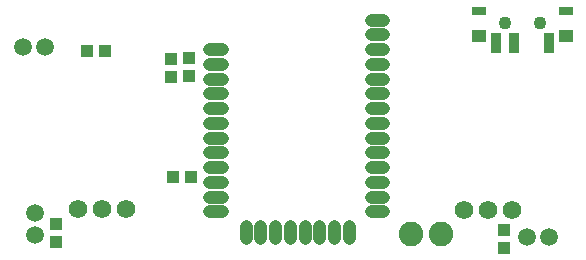
<source format=gbr>
G04 EAGLE Gerber RS-274X export*
G75*
%MOMM*%
%FSLAX34Y34*%
%LPD*%
%INSoldermask Top*%
%IPPOS*%
%AMOC8*
5,1,8,0,0,1.08239X$1,22.5*%
G01*
%ADD10C,1.066800*%
%ADD11C,1.562800*%
%ADD12R,1.003200X1.003200*%
%ADD13C,2.082800*%
%ADD14C,1.512800*%
%ADD15R,0.903200X1.703200*%
%ADD16R,1.203200X0.803200*%
%ADD17R,1.203200X1.003200*%
%ADD18C,1.103200*%


D10*
X198720Y-12287D02*
X198720Y-1873D01*
X211217Y-1873D02*
X211217Y-12287D01*
X223714Y-12287D02*
X223714Y-1873D01*
X236210Y-1873D02*
X236210Y-12287D01*
X248707Y-12287D02*
X248707Y-1873D01*
X261204Y-1873D02*
X261204Y-12287D01*
X273701Y-12287D02*
X273701Y-1873D01*
X286197Y-1873D02*
X286197Y-12287D01*
X178527Y147861D02*
X168113Y147861D01*
X168113Y135364D02*
X178527Y135364D01*
X178527Y122867D02*
X168113Y122867D01*
X168113Y110370D02*
X178527Y110370D01*
X178527Y97873D02*
X168113Y97873D01*
X168113Y85377D02*
X178527Y85377D01*
X178527Y72880D02*
X168113Y72880D01*
X168113Y60383D02*
X178527Y60383D01*
X178527Y47886D02*
X168113Y47886D01*
X168113Y35389D02*
X178527Y35389D01*
X178527Y22893D02*
X168113Y22893D01*
X168113Y10396D02*
X178527Y10396D01*
X304511Y10447D02*
X314925Y10447D01*
X314925Y22943D02*
X304511Y22943D01*
X304511Y35440D02*
X314925Y35440D01*
X314925Y47937D02*
X304511Y47937D01*
X304511Y60434D02*
X314925Y60434D01*
X314925Y72930D02*
X304511Y72930D01*
X304511Y85427D02*
X314925Y85427D01*
X314925Y97924D02*
X304511Y97924D01*
X304511Y110421D02*
X314925Y110421D01*
X314925Y122918D02*
X304511Y122918D01*
X304511Y135414D02*
X314925Y135414D01*
X314925Y147911D02*
X304511Y147911D01*
X304511Y160408D02*
X314925Y160408D01*
X314925Y172905D02*
X304511Y172905D01*
D11*
X383700Y11840D03*
X404020Y11840D03*
X424340Y11840D03*
X97500Y12290D03*
X77180Y12290D03*
X56860Y12290D03*
D12*
X417110Y-5170D03*
X417110Y-20410D03*
X79590Y146430D03*
X64350Y146430D03*
X37860Y-15590D03*
X37860Y-350D03*
X135480Y139660D03*
X135480Y124420D03*
X150560Y140060D03*
X150560Y124820D03*
D13*
X338780Y-8340D03*
X364180Y-8340D03*
D12*
X152700Y40000D03*
X137460Y40000D03*
D14*
X436880Y-11430D03*
X455930Y-11430D03*
X10160Y149860D03*
X29210Y149860D03*
X20066Y-9652D03*
X20066Y9398D03*
D15*
X410570Y152680D03*
X425570Y152680D03*
X455570Y152680D03*
D16*
X396570Y180180D03*
D17*
X396570Y159180D03*
D16*
X469570Y180180D03*
D17*
X469570Y159180D03*
D18*
X418070Y170180D03*
X448070Y170180D03*
M02*

</source>
